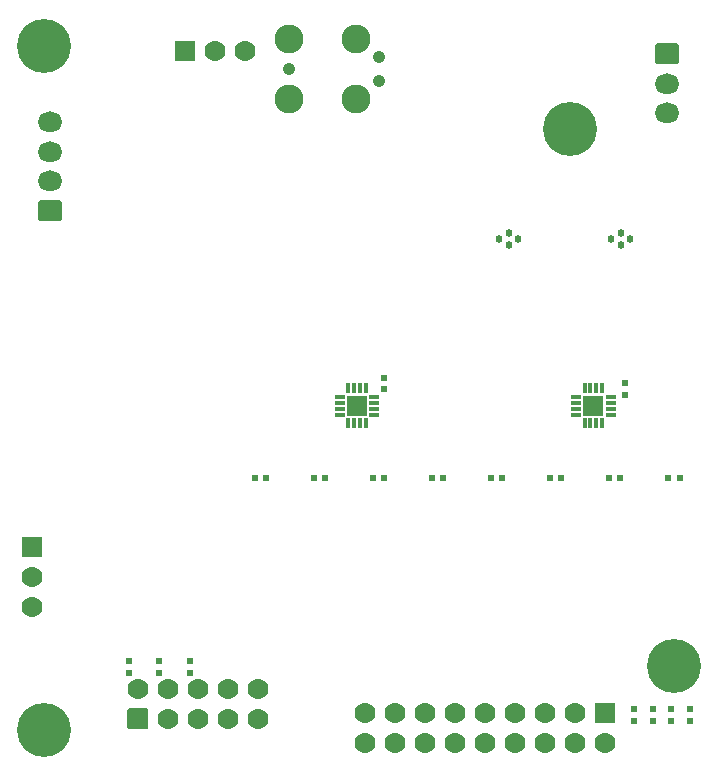
<source format=gbs>
%FSLAX23Y23*%
%MOIN*%
%SFA1B1*%

%IPPOS*%
%AMD75*
4,1,8,0.039900,0.000000,0.039900,0.000000,0.004900,0.035000,-0.004900,0.035000,-0.039900,0.000000,-0.039900,0.000000,-0.004900,-0.035000,0.004900,-0.035000,0.039900,0.000000,0.0*
1,1,0.069920,0.004900,0.000000*
1,1,0.069920,0.004900,0.000000*
1,1,0.069920,-0.004900,0.000000*
1,1,0.069920,-0.004900,0.000000*
%
%AMD76*
4,1,8,0.039900,-0.028400,0.039900,0.028400,0.033400,0.035000,-0.033400,0.035000,-0.039900,0.028400,-0.039900,-0.028400,-0.033400,-0.035000,0.033400,-0.035000,0.039900,-0.028400,0.0*
1,1,0.013040,0.033400,-0.028400*
1,1,0.013040,0.033400,0.028400*
1,1,0.013040,-0.033400,0.028400*
1,1,0.013040,-0.033400,-0.028400*
%
%AMD78*
4,1,8,-0.035000,0.028400,-0.035000,-0.028400,-0.028400,-0.035000,0.028400,-0.035000,0.035000,-0.028400,0.035000,0.028400,0.028400,0.035000,-0.028400,0.035000,-0.035000,0.028400,0.0*
1,1,0.013040,-0.028400,0.028400*
1,1,0.013040,-0.028400,-0.028400*
1,1,0.013040,0.028400,-0.028400*
1,1,0.013040,0.028400,0.028400*
%
%AMD81*
4,1,8,0.000000,0.035000,0.000000,0.035000,-0.035000,0.000000,-0.035000,0.000000,0.000000,-0.035000,0.000000,-0.035000,0.035000,0.000000,0.035000,0.000000,0.000000,0.035000,0.0*
1,1,0.069920,0.000000,0.000000*
1,1,0.069920,0.000000,0.000000*
1,1,0.069920,0.000000,0.000000*
1,1,0.069920,0.000000,0.000000*
%
%AMD84*
4,1,8,-0.035000,0.000000,-0.035000,0.000000,0.000000,-0.035000,0.000000,-0.035000,0.035000,0.000000,0.035000,0.000000,0.000000,0.035000,0.000000,0.035000,-0.035000,0.000000,0.0*
1,1,0.069920,0.000000,0.000000*
1,1,0.069920,0.000000,0.000000*
1,1,0.069920,0.000000,0.000000*
1,1,0.069920,0.000000,0.000000*
%
%AMD111*
4,1,8,-0.015000,-0.006400,0.015000,-0.006400,0.017700,-0.003700,0.017700,0.003700,0.015000,0.006400,-0.015000,0.006400,-0.017700,0.003700,-0.017700,-0.003700,-0.015000,-0.006400,0.0*
1,1,0.005460,-0.015000,-0.003700*
1,1,0.005460,0.015000,-0.003700*
1,1,0.005460,0.015000,0.003700*
1,1,0.005460,-0.015000,0.003700*
%
%AMD112*
4,1,8,-0.003700,-0.017700,0.003700,-0.017700,0.006400,-0.015000,0.006400,0.015000,0.003700,0.017700,-0.003700,0.017700,-0.006400,0.015000,-0.006400,-0.015000,-0.003700,-0.017700,0.0*
1,1,0.005460,-0.003700,-0.015000*
1,1,0.005460,0.003700,-0.015000*
1,1,0.005460,0.003700,0.015000*
1,1,0.005460,-0.003700,0.015000*
%
%ADD48R,0.022680X0.023460*%
%ADD50R,0.024990X0.022990*%
%ADD53R,0.023460X0.022680*%
G04~CAMADD=75~8~0.0~0.0~699.2~797.6~349.6~0.0~15~0.0~0.0~0.0~0.0~0~0.0~0.0~0.0~0.0~0~0.0~0.0~0.0~270.0~798.0~700.0*
%ADD75D75*%
G04~CAMADD=76~8~0.0~0.0~699.2~797.6~65.2~0.0~15~0.0~0.0~0.0~0.0~0~0.0~0.0~0.0~0.0~0~0.0~0.0~0.0~270.0~798.0~700.0*
%ADD76D76*%
%ADD77C,0.180160*%
G04~CAMADD=78~8~0.0~0.0~699.2~699.2~65.2~0.0~15~0.0~0.0~0.0~0.0~0~0.0~0.0~0.0~0.0~0~0.0~0.0~0.0~90.0~700.0~700.0*
%ADD78D78*%
%ADD79C,0.069920*%
%ADD80R,0.069920X0.069920*%
G04~CAMADD=81~8~0.0~0.0~699.2~699.2~349.6~0.0~15~0.0~0.0~0.0~0.0~0~0.0~0.0~0.0~0.0~0~0.0~0.0~0.0~0.0~699.2~699.2*
%ADD81D81*%
%ADD82C,0.041990*%
%ADD83C,0.096490*%
G04~CAMADD=84~8~0.0~0.0~699.2~699.2~349.6~0.0~15~0.0~0.0~0.0~0.0~0~0.0~0.0~0.0~0.0~0~0.0~0.0~0.0~90.0~700.0~699.0*
%ADD84D84*%
%ADD85R,0.069920X0.069920*%
%ADD86C,0.024650*%
G04~CAMADD=111~8~0.0~0.0~354.7~128.4~27.3~0.0~15~0.0~0.0~0.0~0.0~0~0.0~0.0~0.0~0.0~0~0.0~0.0~0.0~180.0~354.0~128.0*
%ADD111D111*%
G04~CAMADD=112~8~0.0~0.0~128.4~354.7~27.3~0.0~15~0.0~0.0~0.0~0.0~0~0.0~0.0~0.0~0.0~0~0.0~0.0~0.0~180.0~128.0~354.0*
%ADD112D112*%
%LNbenchy-voltmeter-pcb-1*%
%LPD*%
G54D48*
X1705Y1944D03*
X1743D03*
X1902D03*
X1940D03*
X2099D03*
X2137D03*
X2296D03*
X2333D03*
X2492D03*
X2530D03*
X2689D03*
X2727D03*
X2886D03*
X2924D03*
X3083D03*
X3121D03*
G54D50*
X1488Y1294D03*
Y1334D03*
X1385Y1294D03*
Y1334D03*
X1287Y1294D03*
Y1334D03*
X3157Y1173D03*
Y1133D03*
X2968Y1173D03*
Y1133D03*
X3031Y1173D03*
Y1133D03*
X3094Y1173D03*
Y1133D03*
G54D53*
X2137Y2278D03*
Y2240D03*
X2940Y2221D03*
Y2259D03*
G54D75*
X3080Y3159D03*
Y3257D03*
X1023Y2933D03*
Y3031D03*
Y3129D03*
G54D76*
X3080Y3356D03*
X1023Y2834D03*
G54D77*
X1003Y3385D03*
X2755Y3106D03*
X3102Y1318D03*
X1003Y1102D03*
G54D78*
X1317Y1141D03*
G54D79*
X1317Y1241D03*
X1417Y1141D03*
Y1241D03*
X1517Y1141D03*
Y1241D03*
X1617Y1141D03*
Y1241D03*
X1717Y1141D03*
Y1241D03*
G54D80*
X2834Y2185D03*
X2047D03*
X964Y1714D03*
G54D81*
X964Y1614D03*
Y1514D03*
G54D82*
X2118Y3267D03*
Y3347D03*
X1818Y3307D03*
G54D83*
X1818Y3407D03*
X2043Y3207D03*
Y3407D03*
X1818Y3207D03*
G54D84*
X1673Y3366D03*
X1573D03*
X2874Y1061D03*
X2774Y1161D03*
Y1061D03*
X2674Y1161D03*
Y1061D03*
X2574Y1161D03*
Y1061D03*
X2474Y1161D03*
Y1061D03*
X2374Y1161D03*
Y1061D03*
X2274Y1161D03*
Y1061D03*
X2174Y1161D03*
Y1061D03*
X2074Y1161D03*
Y1061D03*
G54D85*
X1473Y3366D03*
X2874Y1161D03*
G54D86*
X2551Y2720D03*
X2519Y2740D03*
X2582D03*
X2551Y2759D03*
X2925Y2720D03*
X2893Y2740D03*
X2956D03*
X2925Y2759D03*
G54D111*
X2892Y2214D03*
Y2194D03*
Y2175D03*
Y2155D03*
X2777D03*
Y2175D03*
Y2194D03*
Y2214D03*
X2104D03*
Y2194D03*
Y2175D03*
Y2155D03*
X1989D03*
Y2175D03*
Y2194D03*
Y2214D03*
G54D112*
X2864Y2127D03*
X2844D03*
X2824D03*
X2805D03*
Y2242D03*
X2824D03*
X2844D03*
X2864D03*
X2076Y2127D03*
X2057D03*
X2037D03*
X2017D03*
Y2242D03*
X2037D03*
X2057D03*
X2076D03*
M02*
</source>
